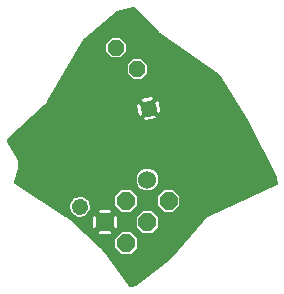
<source format=gbr>
G04 EAGLE Gerber RS-274X export*
G75*
%MOMM*%
%FSLAX34Y34*%
%LPD*%
%INTop Copper*%
%IPPOS*%
%AMOC8*
5,1,8,0,0,1.08239X$1,22.5*%
G01*
%ADD10P,1.429621X8X337.500000*%
%ADD11P,1.429621X8X77.500000*%
%ADD12C,1.524000*%
%ADD13P,1.649562X8X247.500000*%

G36*
X179495Y56690D02*
X179495Y56690D01*
X179606Y56687D01*
X179687Y56701D01*
X179731Y56703D01*
X179772Y56715D01*
X179847Y56728D01*
X183011Y57535D01*
X183012Y57535D01*
X183164Y57593D01*
X183337Y57659D01*
X183545Y57789D01*
X204364Y73290D01*
X204381Y73306D01*
X204412Y73327D01*
X213732Y80866D01*
X213747Y80881D01*
X213764Y80893D01*
X213937Y81066D01*
X239832Y111670D01*
X239911Y111789D01*
X239996Y111905D01*
X240012Y111939D01*
X240025Y111960D01*
X240042Y112006D01*
X240077Y112081D01*
X241284Y113387D01*
X241299Y113408D01*
X241327Y113437D01*
X242480Y114799D01*
X242552Y114848D01*
X242675Y114922D01*
X242702Y114948D01*
X242723Y114962D01*
X242757Y114998D01*
X242817Y115054D01*
X244432Y115799D01*
X244454Y115813D01*
X244492Y115828D01*
X246077Y116645D01*
X246163Y116663D01*
X246304Y116685D01*
X246340Y116698D01*
X246363Y116703D01*
X246409Y116723D01*
X246534Y116769D01*
X302608Y142650D01*
X302753Y142738D01*
X302901Y142828D01*
X302903Y142830D01*
X302905Y142831D01*
X303024Y142948D01*
X303151Y143071D01*
X303152Y143073D01*
X303154Y143075D01*
X303247Y143221D01*
X303338Y143364D01*
X303339Y143367D01*
X303341Y143369D01*
X303395Y143526D01*
X303454Y143693D01*
X303455Y143696D01*
X303456Y143699D01*
X303473Y143862D01*
X303493Y144039D01*
X303492Y144043D01*
X303493Y144045D01*
X303491Y144056D01*
X303472Y144283D01*
X302686Y148997D01*
X302657Y149097D01*
X302638Y149201D01*
X302603Y149287D01*
X302590Y149332D01*
X302571Y149365D01*
X302546Y149427D01*
X278180Y198159D01*
X278154Y198199D01*
X278110Y198286D01*
X254264Y236439D01*
X254258Y236446D01*
X254254Y236454D01*
X254150Y236582D01*
X254046Y236711D01*
X254040Y236717D01*
X254034Y236723D01*
X253846Y236879D01*
X206041Y270343D01*
X206002Y270364D01*
X205968Y270391D01*
X205750Y270502D01*
X205064Y270786D01*
X204359Y271492D01*
X204350Y271499D01*
X204344Y271507D01*
X204155Y271663D01*
X203337Y272235D01*
X202939Y272861D01*
X202911Y272895D01*
X202890Y272933D01*
X202731Y273119D01*
X182405Y293446D01*
X182297Y293531D01*
X182193Y293622D01*
X182161Y293640D01*
X182132Y293662D01*
X182007Y293721D01*
X181885Y293786D01*
X181850Y293795D01*
X181817Y293811D01*
X181682Y293840D01*
X181548Y293876D01*
X181512Y293877D01*
X181476Y293884D01*
X181338Y293882D01*
X181200Y293886D01*
X181156Y293879D01*
X181128Y293878D01*
X181079Y293866D01*
X180959Y293846D01*
X167617Y290511D01*
X167575Y290495D01*
X167530Y290486D01*
X167412Y290434D01*
X167291Y290388D01*
X167253Y290363D01*
X167211Y290344D01*
X167012Y290203D01*
X140136Y267807D01*
X140041Y267707D01*
X139941Y267612D01*
X139915Y267575D01*
X139896Y267555D01*
X139871Y267512D01*
X139800Y267412D01*
X108125Y213807D01*
X108104Y213762D01*
X108050Y213663D01*
X107602Y212679D01*
X107470Y212391D01*
X107223Y212160D01*
X107161Y212088D01*
X107092Y212022D01*
X107029Y211933D01*
X106998Y211895D01*
X106983Y211866D01*
X106951Y211822D01*
X106779Y211531D01*
X105662Y210691D01*
X105626Y210657D01*
X105537Y210587D01*
X74570Y181684D01*
X74560Y181672D01*
X74548Y181663D01*
X74447Y181540D01*
X74344Y181418D01*
X74337Y181405D01*
X74327Y181393D01*
X74257Y181249D01*
X74184Y181109D01*
X74181Y181094D01*
X74174Y181080D01*
X74138Y180925D01*
X74099Y180771D01*
X74099Y180756D01*
X74096Y180741D01*
X74096Y180580D01*
X74093Y180422D01*
X74096Y180407D01*
X74096Y180392D01*
X74133Y180238D01*
X74166Y180082D01*
X74173Y180068D01*
X74176Y180053D01*
X74278Y179830D01*
X82448Y165125D01*
X82459Y165108D01*
X82473Y165081D01*
X83434Y163478D01*
X83437Y163469D01*
X83472Y163322D01*
X83483Y163296D01*
X83488Y163278D01*
X83510Y163237D01*
X83521Y163214D01*
X83732Y161373D01*
X83737Y161353D01*
X83739Y161322D01*
X84014Y159475D01*
X84013Y159465D01*
X83988Y159316D01*
X83989Y159288D01*
X83987Y159269D01*
X83991Y159223D01*
X83992Y159197D01*
X83483Y157416D01*
X83480Y157396D01*
X83470Y157367D01*
X80459Y145323D01*
X80443Y145201D01*
X80419Y145080D01*
X80421Y145029D01*
X80414Y144977D01*
X80426Y144855D01*
X80430Y144732D01*
X80443Y144682D01*
X80448Y144630D01*
X80488Y144514D01*
X80520Y144395D01*
X80544Y144350D01*
X80561Y144301D01*
X80626Y144196D01*
X80683Y144088D01*
X80718Y144049D01*
X80745Y144005D01*
X80832Y143918D01*
X80913Y143825D01*
X80965Y143785D01*
X80992Y143759D01*
X81032Y143734D01*
X81107Y143676D01*
X123780Y115939D01*
X123828Y115915D01*
X123872Y115883D01*
X124086Y115786D01*
X124092Y115784D01*
X124093Y115783D01*
X124095Y115782D01*
X124719Y115558D01*
X125515Y114834D01*
X125516Y114834D01*
X125516Y114833D01*
X125710Y114684D01*
X126612Y114098D01*
X126988Y113550D01*
X127023Y113510D01*
X127052Y113464D01*
X127213Y113292D01*
X127217Y113288D01*
X127218Y113287D01*
X127219Y113285D01*
X153325Y89553D01*
X153344Y89539D01*
X153360Y89522D01*
X153558Y89379D01*
X154326Y88911D01*
X154823Y88232D01*
X154844Y88210D01*
X154861Y88183D01*
X155028Y88005D01*
X155650Y87439D01*
X156034Y86625D01*
X156046Y86605D01*
X156054Y86583D01*
X156182Y86375D01*
X176897Y58066D01*
X176914Y58048D01*
X176928Y58026D01*
X177033Y57920D01*
X177134Y57811D01*
X177155Y57796D01*
X177173Y57778D01*
X177375Y57641D01*
X178719Y56879D01*
X178822Y56835D01*
X178920Y56784D01*
X178982Y56768D01*
X179040Y56743D01*
X179150Y56724D01*
X179257Y56696D01*
X179321Y56694D01*
X179384Y56683D01*
X179495Y56690D01*
G37*
%LPC*%
G36*
X207303Y120486D02*
X207303Y120486D01*
X201946Y125842D01*
X201946Y133418D01*
X207303Y138775D01*
X214879Y138775D01*
X220235Y133418D01*
X220235Y125842D01*
X214879Y120486D01*
X207303Y120486D01*
G37*
%LPD*%
%LPC*%
G36*
X171382Y120486D02*
X171382Y120486D01*
X166025Y125842D01*
X166025Y133418D01*
X171382Y138775D01*
X178958Y138775D01*
X184314Y133418D01*
X184314Y125842D01*
X178958Y120486D01*
X171382Y120486D01*
G37*
%LPD*%
%LPC*%
G36*
X189342Y102525D02*
X189342Y102525D01*
X183986Y107882D01*
X183986Y115458D01*
X189342Y120814D01*
X196918Y120814D01*
X202275Y115458D01*
X202275Y107882D01*
X196918Y102525D01*
X189342Y102525D01*
G37*
%LPD*%
%LPC*%
G36*
X171382Y84565D02*
X171382Y84565D01*
X166025Y89921D01*
X166025Y97497D01*
X171382Y102854D01*
X178958Y102854D01*
X184314Y97497D01*
X184314Y89921D01*
X178958Y84565D01*
X171382Y84565D01*
G37*
%LPD*%
%LPC*%
G36*
X191311Y138446D02*
X191311Y138446D01*
X187950Y139838D01*
X185378Y142411D01*
X183986Y145772D01*
X183986Y149410D01*
X185378Y152771D01*
X187950Y155343D01*
X191311Y156735D01*
X194949Y156735D01*
X198310Y155343D01*
X200883Y152771D01*
X202275Y149410D01*
X202275Y145772D01*
X200883Y142411D01*
X198310Y139838D01*
X194949Y138446D01*
X191311Y138446D01*
G37*
%LPD*%
%LPC*%
G36*
X128542Y119776D02*
X128542Y119776D01*
X127372Y126407D01*
X131235Y131924D01*
X137867Y133093D01*
X143383Y129230D01*
X144552Y122599D01*
X140690Y117083D01*
X134058Y115913D01*
X128542Y119776D01*
G37*
%LPD*%
%LPC*%
G36*
X163167Y251042D02*
X163167Y251042D01*
X158405Y255803D01*
X158405Y262537D01*
X163167Y267299D01*
X169901Y267299D01*
X174662Y262537D01*
X174662Y255803D01*
X169901Y251042D01*
X163167Y251042D01*
G37*
%LPD*%
%LPC*%
G36*
X181127Y233081D02*
X181127Y233081D01*
X176366Y237843D01*
X176366Y244577D01*
X181127Y249338D01*
X187861Y249338D01*
X192623Y244577D01*
X192623Y237843D01*
X187861Y233081D01*
X181127Y233081D01*
G37*
%LPD*%
%LPC*%
G36*
X151820Y120650D02*
X151820Y120650D01*
X153001Y121830D01*
X161418Y121830D01*
X162598Y120650D01*
X157209Y115261D01*
X151820Y120650D01*
G37*
%LPD*%
%LPC*%
G36*
X160800Y111670D02*
X160800Y111670D01*
X166189Y117059D01*
X167370Y115878D01*
X167370Y107461D01*
X166190Y106281D01*
X160800Y111670D01*
G37*
%LPD*%
%LPC*%
G36*
X147049Y107461D02*
X147049Y107461D01*
X147049Y115878D01*
X148229Y117059D01*
X153618Y111670D01*
X148229Y106281D01*
X147049Y107461D01*
G37*
%LPD*%
%LPC*%
G36*
X153001Y101509D02*
X153001Y101509D01*
X151820Y102689D01*
X157209Y108079D01*
X162598Y102689D01*
X161418Y101509D01*
X153001Y101509D01*
G37*
%LPD*%
%LPC*%
G36*
X197067Y208228D02*
X197067Y208228D01*
X201147Y214055D01*
X202586Y213047D01*
X203901Y205587D01*
X202894Y204148D01*
X197067Y208228D01*
G37*
%LPD*%
%LPC*%
G36*
X187912Y214638D02*
X187912Y214638D01*
X188919Y216077D01*
X196380Y217392D01*
X197819Y216385D01*
X193739Y210558D01*
X187912Y214638D01*
G37*
%LPD*%
%LPC*%
G36*
X185890Y202411D02*
X185890Y202411D01*
X184574Y209871D01*
X185582Y211310D01*
X191409Y207230D01*
X187329Y201403D01*
X185890Y202411D01*
G37*
%LPD*%
%LPC*%
G36*
X190656Y199073D02*
X190656Y199073D01*
X194737Y204900D01*
X200563Y200820D01*
X199556Y199381D01*
X192095Y198065D01*
X190656Y199073D01*
G37*
%LPD*%
D10*
X166534Y259170D03*
X184494Y241210D03*
D11*
X135962Y124503D03*
X194238Y207729D03*
D12*
X193130Y147591D03*
D13*
X175170Y129630D03*
X157209Y111670D03*
X211091Y129630D03*
X193130Y111670D03*
X175170Y93709D03*
M02*

</source>
